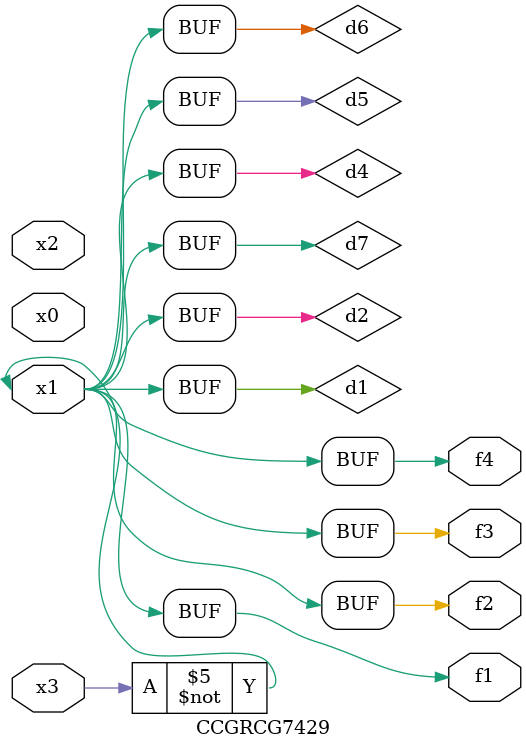
<source format=v>
module CCGRCG7429(
	input x0, x1, x2, x3,
	output f1, f2, f3, f4
);

	wire d1, d2, d3, d4, d5, d6, d7;

	not (d1, x3);
	buf (d2, x1);
	xnor (d3, d1, d2);
	nor (d4, d1);
	buf (d5, d1, d2);
	buf (d6, d4, d5);
	nand (d7, d4);
	assign f1 = d6;
	assign f2 = d7;
	assign f3 = d6;
	assign f4 = d6;
endmodule

</source>
